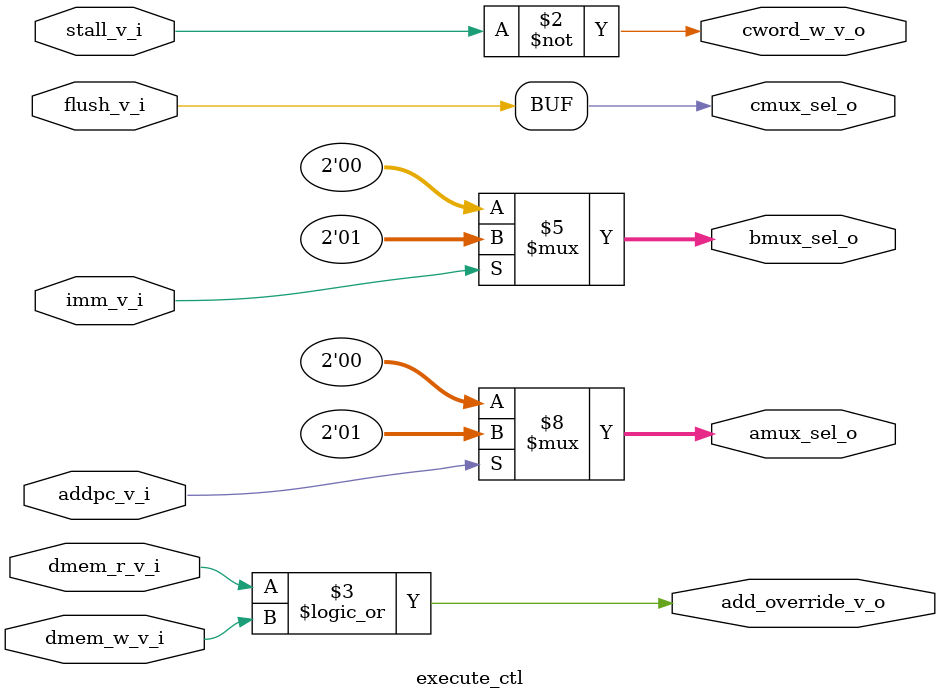
<source format=sv>
module execute_ctl 
  ( input logic stall_v_i
    , input logic flush_v_i
    
    , output logic cmux_sel_o
    , output logic cword_w_v_o
    
    , input logic dmem_r_v_i
    , input logic dmem_w_v_i
    , input logic imm_v_i
    , input logic addpc_v_i
    
    , output logic[1:0] amux_sel_o
    , output logic[1:0] bmux_sel_o
    
    , output logic add_override_v_o
    );


always_comb begin
  cword_w_v_o = ~stall_v_i;
  cmux_sel_o = flush_v_i;
  
  if(addpc_v_i) begin
    amux_sel_o = 2'b01;
  end else begin
    amux_sel_o = 2'b00;
  end
  
  if (imm_v_i) begin
    bmux_sel_o = 2'b01;
  end else begin
    bmux_sel_o = 2'b00;
  end
  
  add_override_v_o = dmem_r_v_i || dmem_w_v_i;
end


endmodule : execute_ctl


</source>
